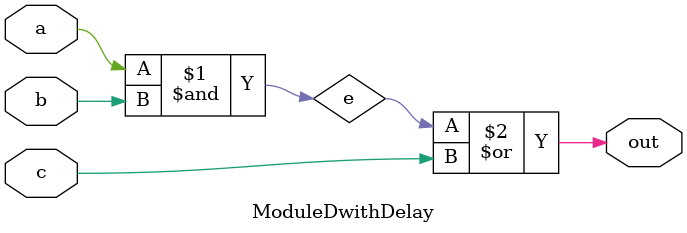
<source format=v>

module ModuleDwithDelay(out,a,b,c);
  output out;
  input a,b,c;
  wire e;
  
  
      and #(5) a1(e,a,b); // Delay of 5 gate a1
      or #(4) o1(out,e,c); //Delay of 4 gare o1
    
endmodule  
    


</source>
